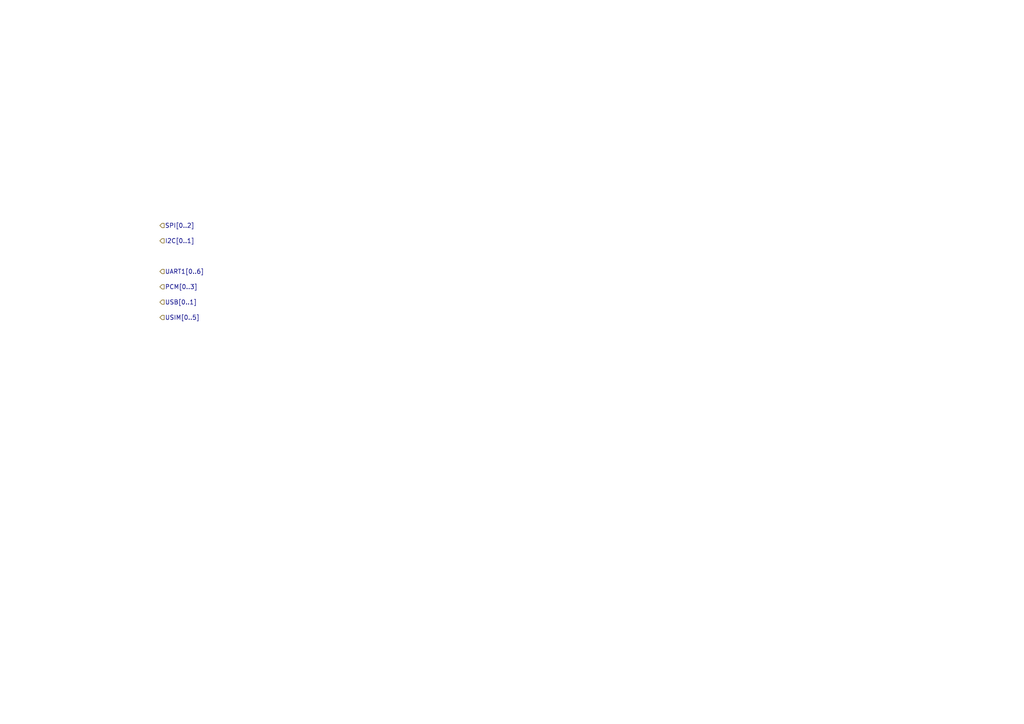
<source format=kicad_sch>
(kicad_sch (version 20230121) (generator eeschema)

  (uuid 810747e2-39dc-4970-ba8f-8e3ffb251d9d)

  (paper "A4")

  (lib_symbols
  )


  (hierarchical_label "PCM[0..3]" (shape input) (at 46.355 83.185 0) (fields_autoplaced)
    (effects (font (size 1.27 1.27)) (justify left))
    (uuid 035a43be-fa70-4b19-94d3-f734d842b8a2)
  )
  (hierarchical_label "I2C[0..1]" (shape input) (at 46.355 69.85 0) (fields_autoplaced)
    (effects (font (size 1.27 1.27)) (justify left))
    (uuid 7d913753-41b9-4db7-9df5-48b258e07274)
  )
  (hierarchical_label "UART1[0..6]" (shape input) (at 46.355 78.74 0) (fields_autoplaced)
    (effects (font (size 1.27 1.27)) (justify left))
    (uuid 92a2d55b-cc32-472f-81f2-bc5ff7f778eb)
  )
  (hierarchical_label "SPI[0..2]" (shape input) (at 46.355 65.405 0) (fields_autoplaced)
    (effects (font (size 1.27 1.27)) (justify left))
    (uuid 9387d361-334f-46bc-bcdb-2df563e1915c)
  )
  (hierarchical_label "USIM[0..5]" (shape input) (at 46.355 92.075 0) (fields_autoplaced)
    (effects (font (size 1.27 1.27)) (justify left))
    (uuid a1535c5a-205d-4f28-ac72-2ee4dd027dc2)
  )
  (hierarchical_label "USB[0..1]" (shape input) (at 46.355 87.63 0) (fields_autoplaced)
    (effects (font (size 1.27 1.27)) (justify left))
    (uuid e0dd073a-09a3-4e81-8b05-70f59af3da2a)
  )
)

</source>
